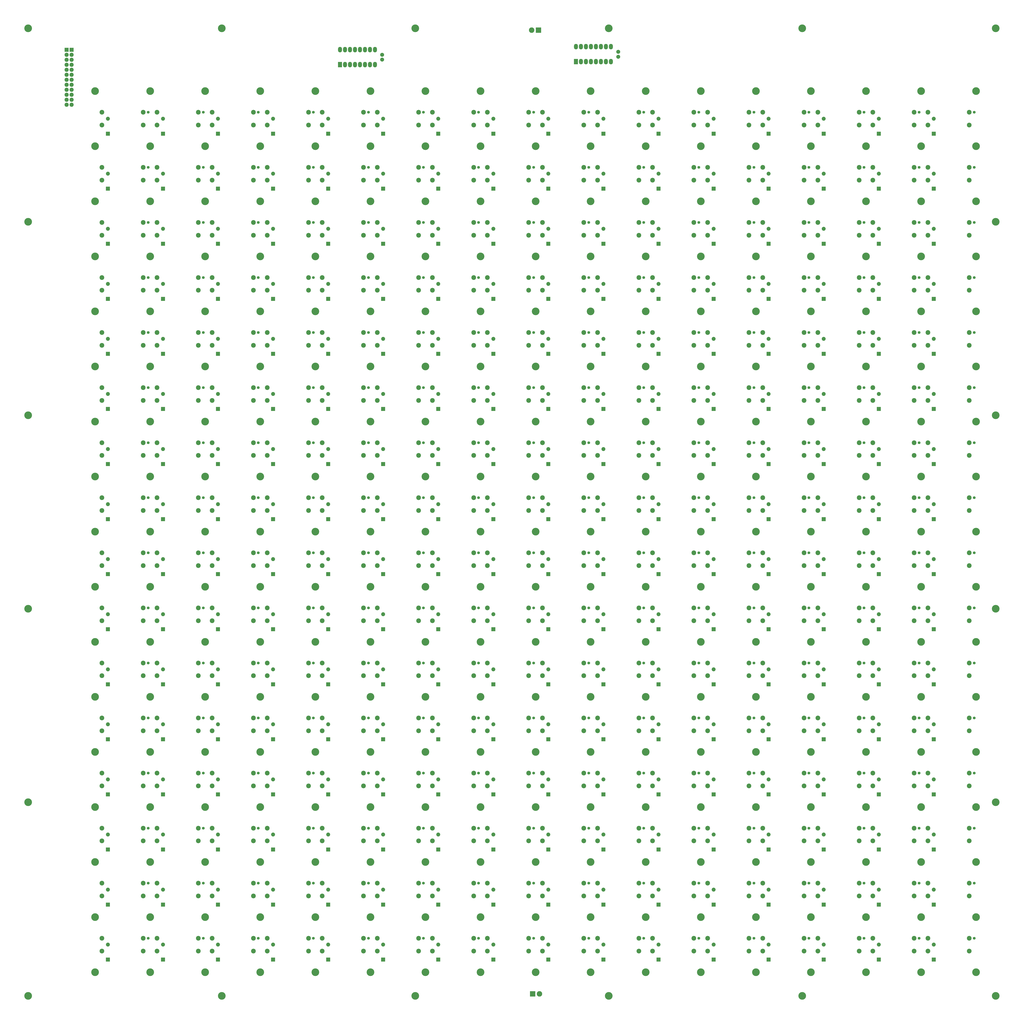
<source format=gbs>
G04 #@! TF.FileFunction,Soldermask,Bot*
%FSLAX46Y46*%
G04 Gerber Fmt 4.6, Leading zero omitted, Abs format (unit mm)*
G04 Created by KiCad (PCBNEW 4.0.3-stable) date 07/18/18 21:46:51*
%MOMM*%
%LPD*%
G01*
G04 APERTURE LIST*
%ADD10C,0.100000*%
%ADD11C,3.900000*%
%ADD12C,1.400000*%
%ADD13C,2.400000*%
%ADD14O,2.000000X2.000000*%
%ADD15R,2.000000X2.000000*%
%ADD16C,2.000000*%
%ADD17R,2.000000X2.800000*%
%ADD18O,2.000000X2.800000*%
%ADD19R,2.100000X2.100000*%
%ADD20O,2.100000X2.100000*%
%ADD21C,2.800000*%
%ADD22R,2.800000X2.800000*%
G04 APERTURE END LIST*
D10*
D11*
X594000000Y-497600000D03*
X594000000Y-399200000D03*
X594000000Y-300800000D03*
X594000000Y-202400000D03*
X594000000Y-596000000D03*
X495600000Y-596000000D03*
X397200000Y-596000000D03*
X298800000Y-596000000D03*
X200400000Y-596000000D03*
X102000000Y-596000000D03*
X102000000Y-497600000D03*
X102000000Y-399200000D03*
X102000000Y-300800000D03*
X102000000Y-202400000D03*
X594000000Y-104000000D03*
X495600000Y-104000000D03*
X397200000Y-104000000D03*
X298800000Y-104000000D03*
X200400000Y-104000000D03*
D12*
X163000000Y-146750000D03*
D13*
X160500000Y-146750000D03*
X160500000Y-153250000D03*
X139500000Y-153250000D03*
X139500000Y-146750000D03*
D14*
X142500000Y-149980000D03*
D15*
X142500000Y-157600000D03*
D11*
X584000000Y-584000000D03*
X556000000Y-584000000D03*
X528000000Y-584000000D03*
X500000000Y-584000000D03*
X472000000Y-584000000D03*
X444000000Y-584000000D03*
X416000000Y-584000000D03*
X388000000Y-584000000D03*
X360000000Y-584000000D03*
X332000000Y-584000000D03*
X304000000Y-584000000D03*
X276000000Y-584000000D03*
X248000000Y-584000000D03*
X220000000Y-584000000D03*
X192000000Y-584000000D03*
X164000000Y-584000000D03*
X136000000Y-584000000D03*
X584000000Y-556000000D03*
X556000000Y-556000000D03*
X528000000Y-556000000D03*
X500000000Y-556000000D03*
X472000000Y-556000000D03*
X444000000Y-556000000D03*
X416000000Y-556000000D03*
X388000000Y-556000000D03*
X360000000Y-556000000D03*
X332000000Y-556000000D03*
X304000000Y-556000000D03*
X276000000Y-556000000D03*
X248000000Y-556000000D03*
X220000000Y-556000000D03*
X192000000Y-556000000D03*
X164000000Y-556000000D03*
X136000000Y-556000000D03*
X584000000Y-528000000D03*
X556000000Y-528000000D03*
X528000000Y-528000000D03*
X500000000Y-528000000D03*
X472000000Y-528000000D03*
X444000000Y-528000000D03*
X416000000Y-528000000D03*
X388000000Y-528000000D03*
X360000000Y-528000000D03*
X332000000Y-528000000D03*
X304000000Y-528000000D03*
X276000000Y-528000000D03*
X248000000Y-528000000D03*
X220000000Y-528000000D03*
X192000000Y-528000000D03*
X164000000Y-528000000D03*
X136000000Y-528000000D03*
X584000000Y-500000000D03*
X556000000Y-500000000D03*
X528000000Y-500000000D03*
X500000000Y-500000000D03*
X472000000Y-500000000D03*
X444000000Y-500000000D03*
X416000000Y-500000000D03*
X388000000Y-500000000D03*
X360000000Y-500000000D03*
X332000000Y-500000000D03*
X304000000Y-500000000D03*
X276000000Y-500000000D03*
X248000000Y-500000000D03*
X220000000Y-500000000D03*
X192000000Y-500000000D03*
X164000000Y-500000000D03*
X136000000Y-500000000D03*
X584000000Y-472000000D03*
X556000000Y-472000000D03*
X528000000Y-472000000D03*
X500000000Y-472000000D03*
X472000000Y-472000000D03*
X444000000Y-472000000D03*
X416000000Y-472000000D03*
X388000000Y-472000000D03*
X360000000Y-472000000D03*
X332000000Y-472000000D03*
X304000000Y-472000000D03*
X276000000Y-472000000D03*
X248000000Y-472000000D03*
X220000000Y-472000000D03*
X192000000Y-472000000D03*
X164000000Y-472000000D03*
X136000000Y-472000000D03*
X584000000Y-444000000D03*
X556000000Y-444000000D03*
X528000000Y-444000000D03*
X500000000Y-444000000D03*
X472000000Y-444000000D03*
X444000000Y-444000000D03*
X416000000Y-444000000D03*
X388000000Y-444000000D03*
X360000000Y-444000000D03*
X332000000Y-444000000D03*
X304000000Y-444000000D03*
X276000000Y-444000000D03*
X248000000Y-444000000D03*
X220000000Y-444000000D03*
X192000000Y-444000000D03*
X164000000Y-444000000D03*
X136000000Y-444000000D03*
X584000000Y-416000000D03*
X556000000Y-416000000D03*
X528000000Y-416000000D03*
X500000000Y-416000000D03*
X472000000Y-416000000D03*
X444000000Y-416000000D03*
X416000000Y-416000000D03*
X388000000Y-416000000D03*
X360000000Y-416000000D03*
X332000000Y-416000000D03*
X304000000Y-416000000D03*
X276000000Y-416000000D03*
X248000000Y-416000000D03*
X220000000Y-416000000D03*
X192000000Y-416000000D03*
X164000000Y-416000000D03*
X136000000Y-416000000D03*
X584000000Y-388000000D03*
X556000000Y-388000000D03*
X528000000Y-388000000D03*
X500000000Y-388000000D03*
X472000000Y-388000000D03*
X444000000Y-388000000D03*
X416000000Y-388000000D03*
X388000000Y-388000000D03*
X360000000Y-388000000D03*
X332000000Y-388000000D03*
X304000000Y-388000000D03*
X276000000Y-388000000D03*
X248000000Y-388000000D03*
X220000000Y-388000000D03*
X192000000Y-388000000D03*
X164000000Y-388000000D03*
X136000000Y-388000000D03*
X584000000Y-360000000D03*
X556000000Y-360000000D03*
X528000000Y-360000000D03*
X500000000Y-360000000D03*
X472000000Y-360000000D03*
X444000000Y-360000000D03*
X416000000Y-360000000D03*
X388000000Y-360000000D03*
X360000000Y-360000000D03*
X332000000Y-360000000D03*
X304000000Y-360000000D03*
X276000000Y-360000000D03*
X248000000Y-360000000D03*
X220000000Y-360000000D03*
X192000000Y-360000000D03*
X164000000Y-360000000D03*
X136000000Y-360000000D03*
X584000000Y-332000000D03*
X556000000Y-332000000D03*
X528000000Y-332000000D03*
X500000000Y-332000000D03*
X472000000Y-332000000D03*
X444000000Y-332000000D03*
X416000000Y-332000000D03*
X388000000Y-332000000D03*
X360000000Y-332000000D03*
X332000000Y-332000000D03*
X304000000Y-332000000D03*
X276000000Y-332000000D03*
X248000000Y-332000000D03*
X220000000Y-332000000D03*
X192000000Y-332000000D03*
X164000000Y-332000000D03*
X136000000Y-332000000D03*
X584000000Y-304000000D03*
X556000000Y-304000000D03*
X528000000Y-304000000D03*
X500000000Y-304000000D03*
X472000000Y-304000000D03*
X444000000Y-304000000D03*
X416000000Y-304000000D03*
X388000000Y-304000000D03*
X360000000Y-304000000D03*
X332000000Y-304000000D03*
X304000000Y-304000000D03*
X276000000Y-304000000D03*
X248000000Y-304000000D03*
X220000000Y-304000000D03*
X192000000Y-304000000D03*
X164000000Y-304000000D03*
X136000000Y-304000000D03*
X584000000Y-276000000D03*
X556000000Y-276000000D03*
X528000000Y-276000000D03*
X500000000Y-276000000D03*
X472000000Y-276000000D03*
X444000000Y-276000000D03*
X416000000Y-276000000D03*
X388000000Y-276000000D03*
X360000000Y-276000000D03*
X332000000Y-276000000D03*
X304000000Y-276000000D03*
X276000000Y-276000000D03*
X248000000Y-276000000D03*
X220000000Y-276000000D03*
X192000000Y-276000000D03*
X164000000Y-276000000D03*
X136000000Y-276000000D03*
X584000000Y-248000000D03*
X556000000Y-248000000D03*
X528000000Y-248000000D03*
X500000000Y-248000000D03*
X472000000Y-248000000D03*
X444000000Y-248000000D03*
X416000000Y-248000000D03*
X388000000Y-248000000D03*
X360000000Y-248000000D03*
X332000000Y-248000000D03*
X304000000Y-248000000D03*
X276000000Y-248000000D03*
X248000000Y-248000000D03*
X220000000Y-248000000D03*
X192000000Y-248000000D03*
X164000000Y-248000000D03*
X136000000Y-248000000D03*
X584000000Y-220000000D03*
X556000000Y-220000000D03*
X528000000Y-220000000D03*
X500000000Y-220000000D03*
X472000000Y-220000000D03*
X444000000Y-220000000D03*
X416000000Y-220000000D03*
X388000000Y-220000000D03*
X360000000Y-220000000D03*
X332000000Y-220000000D03*
X304000000Y-220000000D03*
X276000000Y-220000000D03*
X248000000Y-220000000D03*
X220000000Y-220000000D03*
X192000000Y-220000000D03*
X164000000Y-220000000D03*
X136000000Y-220000000D03*
X584000000Y-192000000D03*
X556000000Y-192000000D03*
X528000000Y-192000000D03*
X500000000Y-192000000D03*
X472000000Y-192000000D03*
X444000000Y-192000000D03*
X416000000Y-192000000D03*
X388000000Y-192000000D03*
X360000000Y-192000000D03*
X332000000Y-192000000D03*
X304000000Y-192000000D03*
X276000000Y-192000000D03*
X248000000Y-192000000D03*
X220000000Y-192000000D03*
X192000000Y-192000000D03*
X164000000Y-192000000D03*
X136000000Y-192000000D03*
X584000000Y-164000000D03*
X556000000Y-164000000D03*
X528000000Y-164000000D03*
X500000000Y-164000000D03*
X472000000Y-164000000D03*
X444000000Y-164000000D03*
X416000000Y-164000000D03*
X388000000Y-164000000D03*
X360000000Y-164000000D03*
X332000000Y-164000000D03*
X304000000Y-164000000D03*
X276000000Y-164000000D03*
X248000000Y-164000000D03*
X220000000Y-164000000D03*
X192000000Y-164000000D03*
X164000000Y-164000000D03*
X136000000Y-164000000D03*
X584000000Y-136000000D03*
X556000000Y-136000000D03*
X528000000Y-136000000D03*
X500000000Y-136000000D03*
X472000000Y-136000000D03*
X444000000Y-136000000D03*
X416000000Y-136000000D03*
X388000000Y-136000000D03*
X360000000Y-136000000D03*
X332000000Y-136000000D03*
X304000000Y-136000000D03*
X276000000Y-136000000D03*
X248000000Y-136000000D03*
X220000000Y-136000000D03*
X192000000Y-136000000D03*
X164000000Y-136000000D03*
D12*
X163000000Y-174750000D03*
D13*
X160500000Y-174750000D03*
X160500000Y-181250000D03*
X139500000Y-181250000D03*
X139500000Y-174750000D03*
D14*
X142500000Y-177980000D03*
D15*
X142500000Y-185600000D03*
D12*
X163000000Y-202750000D03*
D13*
X160500000Y-202750000D03*
X160500000Y-209250000D03*
X139500000Y-209250000D03*
X139500000Y-202750000D03*
D14*
X142500000Y-205980000D03*
D15*
X142500000Y-213600000D03*
D12*
X163000000Y-230750000D03*
D13*
X160500000Y-230750000D03*
X160500000Y-237250000D03*
X139500000Y-237250000D03*
X139500000Y-230750000D03*
D14*
X142500000Y-233980000D03*
D15*
X142500000Y-241600000D03*
D12*
X163000000Y-258750000D03*
D13*
X160500000Y-258750000D03*
X160500000Y-265250000D03*
X139500000Y-265250000D03*
X139500000Y-258750000D03*
D14*
X142500000Y-261980000D03*
D15*
X142500000Y-269600000D03*
D12*
X163000000Y-286750000D03*
D13*
X160500000Y-286750000D03*
X160500000Y-293250000D03*
X139500000Y-293250000D03*
X139500000Y-286750000D03*
D14*
X142500000Y-289980000D03*
D15*
X142500000Y-297600000D03*
D12*
X163000000Y-314750000D03*
D13*
X160500000Y-314750000D03*
X160500000Y-321250000D03*
X139500000Y-321250000D03*
X139500000Y-314750000D03*
D14*
X142500000Y-317980000D03*
D15*
X142500000Y-325600000D03*
D12*
X163000000Y-342750000D03*
D13*
X160500000Y-342750000D03*
X160500000Y-349250000D03*
X139500000Y-349250000D03*
X139500000Y-342750000D03*
D14*
X142500000Y-345980000D03*
D15*
X142500000Y-353600000D03*
D12*
X163000000Y-370750000D03*
D13*
X160500000Y-370750000D03*
X160500000Y-377250000D03*
X139500000Y-377250000D03*
X139500000Y-370750000D03*
D14*
X142500000Y-373980000D03*
D15*
X142500000Y-381600000D03*
D12*
X163000000Y-398750000D03*
D13*
X160500000Y-398750000D03*
X160500000Y-405250000D03*
X139500000Y-405250000D03*
X139500000Y-398750000D03*
D14*
X142500000Y-401980000D03*
D15*
X142500000Y-409600000D03*
D12*
X163000000Y-426750000D03*
D13*
X160500000Y-426750000D03*
X160500000Y-433250000D03*
X139500000Y-433250000D03*
X139500000Y-426750000D03*
D14*
X142500000Y-429980000D03*
D15*
X142500000Y-437600000D03*
D12*
X163000000Y-454750000D03*
D13*
X160500000Y-454750000D03*
X160500000Y-461250000D03*
X139500000Y-461250000D03*
X139500000Y-454750000D03*
D14*
X142500000Y-457980000D03*
D15*
X142500000Y-465600000D03*
D12*
X163000000Y-482750000D03*
D13*
X160500000Y-482750000D03*
X160500000Y-489250000D03*
X139500000Y-489250000D03*
X139500000Y-482750000D03*
D14*
X142500000Y-485980000D03*
D15*
X142500000Y-493600000D03*
D12*
X163000000Y-510750000D03*
D13*
X160500000Y-510750000D03*
X160500000Y-517250000D03*
X139500000Y-517250000D03*
X139500000Y-510750000D03*
D14*
X142500000Y-513980000D03*
D15*
X142500000Y-521600000D03*
D12*
X163000000Y-538750000D03*
D13*
X160500000Y-538750000D03*
X160500000Y-545250000D03*
X139500000Y-545250000D03*
X139500000Y-538750000D03*
D14*
X142500000Y-541980000D03*
D15*
X142500000Y-549600000D03*
D12*
X163000000Y-566750000D03*
D13*
X160500000Y-566750000D03*
X160500000Y-573250000D03*
X139500000Y-573250000D03*
X139500000Y-566750000D03*
D14*
X142500000Y-569980000D03*
D15*
X142500000Y-577600000D03*
D12*
X191000000Y-146750000D03*
D13*
X188500000Y-146750000D03*
X188500000Y-153250000D03*
X167500000Y-153250000D03*
X167500000Y-146750000D03*
D14*
X170500000Y-149980000D03*
D15*
X170500000Y-157600000D03*
D12*
X191000000Y-174750000D03*
D13*
X188500000Y-174750000D03*
X188500000Y-181250000D03*
X167500000Y-181250000D03*
X167500000Y-174750000D03*
D14*
X170500000Y-177980000D03*
D15*
X170500000Y-185600000D03*
D12*
X191000000Y-202750000D03*
D13*
X188500000Y-202750000D03*
X188500000Y-209250000D03*
X167500000Y-209250000D03*
X167500000Y-202750000D03*
D14*
X170500000Y-205980000D03*
D15*
X170500000Y-213600000D03*
D12*
X191000000Y-230750000D03*
D13*
X188500000Y-230750000D03*
X188500000Y-237250000D03*
X167500000Y-237250000D03*
X167500000Y-230750000D03*
D14*
X170500000Y-233980000D03*
D15*
X170500000Y-241600000D03*
D12*
X191000000Y-258750000D03*
D13*
X188500000Y-258750000D03*
X188500000Y-265250000D03*
X167500000Y-265250000D03*
X167500000Y-258750000D03*
D14*
X170500000Y-261980000D03*
D15*
X170500000Y-269600000D03*
D12*
X191000000Y-286750000D03*
D13*
X188500000Y-286750000D03*
X188500000Y-293250000D03*
X167500000Y-293250000D03*
X167500000Y-286750000D03*
D14*
X170500000Y-289980000D03*
D15*
X170500000Y-297600000D03*
D12*
X191000000Y-314750000D03*
D13*
X188500000Y-314750000D03*
X188500000Y-321250000D03*
X167500000Y-321250000D03*
X167500000Y-314750000D03*
D14*
X170500000Y-317980000D03*
D15*
X170500000Y-325600000D03*
D12*
X191000000Y-342750000D03*
D13*
X188500000Y-342750000D03*
X188500000Y-349250000D03*
X167500000Y-349250000D03*
X167500000Y-342750000D03*
D14*
X170500000Y-345980000D03*
D15*
X170500000Y-353600000D03*
D12*
X191000000Y-370750000D03*
D13*
X188500000Y-370750000D03*
X188500000Y-377250000D03*
X167500000Y-377250000D03*
X167500000Y-370750000D03*
D14*
X170500000Y-373980000D03*
D15*
X170500000Y-381600000D03*
D12*
X191000000Y-398750000D03*
D13*
X188500000Y-398750000D03*
X188500000Y-405250000D03*
X167500000Y-405250000D03*
X167500000Y-398750000D03*
D14*
X170500000Y-401980000D03*
D15*
X170500000Y-409600000D03*
D12*
X191000000Y-426750000D03*
D13*
X188500000Y-426750000D03*
X188500000Y-433250000D03*
X167500000Y-433250000D03*
X167500000Y-426750000D03*
D14*
X170500000Y-429980000D03*
D15*
X170500000Y-437600000D03*
D12*
X191000000Y-454750000D03*
D13*
X188500000Y-454750000D03*
X188500000Y-461250000D03*
X167500000Y-461250000D03*
X167500000Y-454750000D03*
D14*
X170500000Y-457980000D03*
D15*
X170500000Y-465600000D03*
D12*
X191000000Y-482750000D03*
D13*
X188500000Y-482750000D03*
X188500000Y-489250000D03*
X167500000Y-489250000D03*
X167500000Y-482750000D03*
D14*
X170500000Y-485980000D03*
D15*
X170500000Y-493600000D03*
D12*
X191000000Y-510750000D03*
D13*
X188500000Y-510750000D03*
X188500000Y-517250000D03*
X167500000Y-517250000D03*
X167500000Y-510750000D03*
D14*
X170500000Y-513980000D03*
D15*
X170500000Y-521600000D03*
D12*
X191000000Y-538750000D03*
D13*
X188500000Y-538750000D03*
X188500000Y-545250000D03*
X167500000Y-545250000D03*
X167500000Y-538750000D03*
D14*
X170500000Y-541980000D03*
D15*
X170500000Y-549600000D03*
D12*
X191000000Y-566750000D03*
D13*
X188500000Y-566750000D03*
X188500000Y-573250000D03*
X167500000Y-573250000D03*
X167500000Y-566750000D03*
D14*
X170500000Y-569980000D03*
D15*
X170500000Y-577600000D03*
D12*
X219000000Y-146750000D03*
D13*
X216500000Y-146750000D03*
X216500000Y-153250000D03*
X195500000Y-153250000D03*
X195500000Y-146750000D03*
D14*
X198500000Y-149980000D03*
D15*
X198500000Y-157600000D03*
D12*
X219000000Y-174750000D03*
D13*
X216500000Y-174750000D03*
X216500000Y-181250000D03*
X195500000Y-181250000D03*
X195500000Y-174750000D03*
D14*
X198500000Y-177980000D03*
D15*
X198500000Y-185600000D03*
D12*
X219000000Y-202750000D03*
D13*
X216500000Y-202750000D03*
X216500000Y-209250000D03*
X195500000Y-209250000D03*
X195500000Y-202750000D03*
D14*
X198500000Y-205980000D03*
D15*
X198500000Y-213600000D03*
D12*
X219000000Y-230750000D03*
D13*
X216500000Y-230750000D03*
X216500000Y-237250000D03*
X195500000Y-237250000D03*
X195500000Y-230750000D03*
D14*
X198500000Y-233980000D03*
D15*
X198500000Y-241600000D03*
D12*
X219000000Y-258750000D03*
D13*
X216500000Y-258750000D03*
X216500000Y-265250000D03*
X195500000Y-265250000D03*
X195500000Y-258750000D03*
D14*
X198500000Y-261980000D03*
D15*
X198500000Y-269600000D03*
D12*
X219000000Y-286750000D03*
D13*
X216500000Y-286750000D03*
X216500000Y-293250000D03*
X195500000Y-293250000D03*
X195500000Y-286750000D03*
D14*
X198500000Y-289980000D03*
D15*
X198500000Y-297600000D03*
D12*
X219000000Y-314750000D03*
D13*
X216500000Y-314750000D03*
X216500000Y-321250000D03*
X195500000Y-321250000D03*
X195500000Y-314750000D03*
D14*
X198500000Y-317980000D03*
D15*
X198500000Y-325600000D03*
D12*
X219000000Y-342750000D03*
D13*
X216500000Y-342750000D03*
X216500000Y-349250000D03*
X195500000Y-349250000D03*
X195500000Y-342750000D03*
D14*
X198500000Y-345980000D03*
D15*
X198500000Y-353600000D03*
D12*
X219000000Y-370750000D03*
D13*
X216500000Y-370750000D03*
X216500000Y-377250000D03*
X195500000Y-377250000D03*
X195500000Y-370750000D03*
D14*
X198500000Y-373980000D03*
D15*
X198500000Y-381600000D03*
D12*
X219000000Y-398750000D03*
D13*
X216500000Y-398750000D03*
X216500000Y-405250000D03*
X195500000Y-405250000D03*
X195500000Y-398750000D03*
D14*
X198500000Y-401980000D03*
D15*
X198500000Y-409600000D03*
D12*
X219000000Y-426750000D03*
D13*
X216500000Y-426750000D03*
X216500000Y-433250000D03*
X195500000Y-433250000D03*
X195500000Y-426750000D03*
D14*
X198500000Y-429980000D03*
D15*
X198500000Y-437600000D03*
D12*
X219000000Y-454750000D03*
D13*
X216500000Y-454750000D03*
X216500000Y-461250000D03*
X195500000Y-461250000D03*
X195500000Y-454750000D03*
D14*
X198500000Y-457980000D03*
D15*
X198500000Y-465600000D03*
D12*
X219000000Y-482750000D03*
D13*
X216500000Y-482750000D03*
X216500000Y-489250000D03*
X195500000Y-489250000D03*
X195500000Y-482750000D03*
D14*
X198500000Y-485980000D03*
D15*
X198500000Y-493600000D03*
D12*
X219000000Y-510750000D03*
D13*
X216500000Y-510750000D03*
X216500000Y-517250000D03*
X195500000Y-517250000D03*
X195500000Y-510750000D03*
D14*
X198500000Y-513980000D03*
D15*
X198500000Y-521600000D03*
D12*
X219000000Y-538750000D03*
D13*
X216500000Y-538750000D03*
X216500000Y-545250000D03*
X195500000Y-545250000D03*
X195500000Y-538750000D03*
D14*
X198500000Y-541980000D03*
D15*
X198500000Y-549600000D03*
D12*
X219000000Y-566750000D03*
D13*
X216500000Y-566750000D03*
X216500000Y-573250000D03*
X195500000Y-573250000D03*
X195500000Y-566750000D03*
D14*
X198500000Y-569980000D03*
D15*
X198500000Y-577600000D03*
D12*
X247000000Y-146750000D03*
D13*
X244500000Y-146750000D03*
X244500000Y-153250000D03*
X223500000Y-153250000D03*
X223500000Y-146750000D03*
D14*
X226500000Y-149980000D03*
D15*
X226500000Y-157600000D03*
D12*
X247000000Y-174750000D03*
D13*
X244500000Y-174750000D03*
X244500000Y-181250000D03*
X223500000Y-181250000D03*
X223500000Y-174750000D03*
D14*
X226500000Y-177980000D03*
D15*
X226500000Y-185600000D03*
D12*
X247000000Y-202750000D03*
D13*
X244500000Y-202750000D03*
X244500000Y-209250000D03*
X223500000Y-209250000D03*
X223500000Y-202750000D03*
D14*
X226500000Y-205980000D03*
D15*
X226500000Y-213600000D03*
D12*
X247000000Y-230750000D03*
D13*
X244500000Y-230750000D03*
X244500000Y-237250000D03*
X223500000Y-237250000D03*
X223500000Y-230750000D03*
D14*
X226500000Y-233980000D03*
D15*
X226500000Y-241600000D03*
D12*
X247000000Y-258750000D03*
D13*
X244500000Y-258750000D03*
X244500000Y-265250000D03*
X223500000Y-265250000D03*
X223500000Y-258750000D03*
D14*
X226500000Y-261980000D03*
D15*
X226500000Y-269600000D03*
D12*
X247000000Y-286750000D03*
D13*
X244500000Y-286750000D03*
X244500000Y-293250000D03*
X223500000Y-293250000D03*
X223500000Y-286750000D03*
D14*
X226500000Y-289980000D03*
D15*
X226500000Y-297600000D03*
D12*
X247000000Y-314750000D03*
D13*
X244500000Y-314750000D03*
X244500000Y-321250000D03*
X223500000Y-321250000D03*
X223500000Y-314750000D03*
D14*
X226500000Y-317980000D03*
D15*
X226500000Y-325600000D03*
D12*
X247000000Y-342750000D03*
D13*
X244500000Y-342750000D03*
X244500000Y-349250000D03*
X223500000Y-349250000D03*
X223500000Y-342750000D03*
D14*
X226500000Y-345980000D03*
D15*
X226500000Y-353600000D03*
D12*
X247000000Y-370750000D03*
D13*
X244500000Y-370750000D03*
X244500000Y-377250000D03*
X223500000Y-377250000D03*
X223500000Y-370750000D03*
D14*
X226500000Y-373980000D03*
D15*
X226500000Y-381600000D03*
D12*
X247000000Y-398750000D03*
D13*
X244500000Y-398750000D03*
X244500000Y-405250000D03*
X223500000Y-405250000D03*
X223500000Y-398750000D03*
D14*
X226500000Y-401980000D03*
D15*
X226500000Y-409600000D03*
D12*
X247000000Y-426750000D03*
D13*
X244500000Y-426750000D03*
X244500000Y-433250000D03*
X223500000Y-433250000D03*
X223500000Y-426750000D03*
D14*
X226500000Y-429980000D03*
D15*
X226500000Y-437600000D03*
D12*
X247000000Y-454750000D03*
D13*
X244500000Y-454750000D03*
X244500000Y-461250000D03*
X223500000Y-461250000D03*
X223500000Y-454750000D03*
D14*
X226500000Y-457980000D03*
D15*
X226500000Y-465600000D03*
D12*
X247000000Y-482750000D03*
D13*
X244500000Y-482750000D03*
X244500000Y-489250000D03*
X223500000Y-489250000D03*
X223500000Y-482750000D03*
D14*
X226500000Y-485980000D03*
D15*
X226500000Y-493600000D03*
D12*
X247000000Y-510750000D03*
D13*
X244500000Y-510750000D03*
X244500000Y-517250000D03*
X223500000Y-517250000D03*
X223500000Y-510750000D03*
D14*
X226500000Y-513980000D03*
D15*
X226500000Y-521600000D03*
D12*
X247000000Y-538750000D03*
D13*
X244500000Y-538750000D03*
X244500000Y-545250000D03*
X223500000Y-545250000D03*
X223500000Y-538750000D03*
D14*
X226500000Y-541980000D03*
D15*
X226500000Y-549600000D03*
D12*
X247000000Y-566750000D03*
D13*
X244500000Y-566750000D03*
X244500000Y-573250000D03*
X223500000Y-573250000D03*
X223500000Y-566750000D03*
D14*
X226500000Y-569980000D03*
D15*
X226500000Y-577600000D03*
D12*
X275000000Y-146750000D03*
D13*
X272500000Y-146750000D03*
X272500000Y-153250000D03*
X251500000Y-153250000D03*
X251500000Y-146750000D03*
D14*
X254500000Y-149980000D03*
D15*
X254500000Y-157600000D03*
D12*
X275000000Y-174750000D03*
D13*
X272500000Y-174750000D03*
X272500000Y-181250000D03*
X251500000Y-181250000D03*
X251500000Y-174750000D03*
D14*
X254500000Y-177980000D03*
D15*
X254500000Y-185600000D03*
D12*
X275000000Y-202750000D03*
D13*
X272500000Y-202750000D03*
X272500000Y-209250000D03*
X251500000Y-209250000D03*
X251500000Y-202750000D03*
D14*
X254500000Y-205980000D03*
D15*
X254500000Y-213600000D03*
D12*
X275000000Y-230750000D03*
D13*
X272500000Y-230750000D03*
X272500000Y-237250000D03*
X251500000Y-237250000D03*
X251500000Y-230750000D03*
D14*
X254500000Y-233980000D03*
D15*
X254500000Y-241600000D03*
D12*
X275000000Y-258750000D03*
D13*
X272500000Y-258750000D03*
X272500000Y-265250000D03*
X251500000Y-265250000D03*
X251500000Y-258750000D03*
D14*
X254500000Y-261980000D03*
D15*
X254500000Y-269600000D03*
D12*
X275000000Y-286750000D03*
D13*
X272500000Y-286750000D03*
X272500000Y-293250000D03*
X251500000Y-293250000D03*
X251500000Y-286750000D03*
D14*
X254500000Y-289980000D03*
D15*
X254500000Y-297600000D03*
D12*
X275000000Y-314750000D03*
D13*
X272500000Y-314750000D03*
X272500000Y-321250000D03*
X251500000Y-321250000D03*
X251500000Y-314750000D03*
D14*
X254500000Y-317980000D03*
D15*
X254500000Y-325600000D03*
D12*
X275000000Y-342750000D03*
D13*
X272500000Y-342750000D03*
X272500000Y-349250000D03*
X251500000Y-349250000D03*
X251500000Y-342750000D03*
D14*
X254500000Y-345980000D03*
D15*
X254500000Y-353600000D03*
D12*
X275000000Y-370750000D03*
D13*
X272500000Y-370750000D03*
X272500000Y-377250000D03*
X251500000Y-377250000D03*
X251500000Y-370750000D03*
D14*
X254500000Y-373980000D03*
D15*
X254500000Y-381600000D03*
D12*
X275000000Y-398750000D03*
D13*
X272500000Y-398750000D03*
X272500000Y-405250000D03*
X251500000Y-405250000D03*
X251500000Y-398750000D03*
D14*
X254500000Y-401980000D03*
D15*
X254500000Y-409600000D03*
D12*
X275000000Y-426750000D03*
D13*
X272500000Y-426750000D03*
X272500000Y-433250000D03*
X251500000Y-433250000D03*
X251500000Y-426750000D03*
D14*
X254500000Y-429980000D03*
D15*
X254500000Y-437600000D03*
D12*
X275000000Y-454750000D03*
D13*
X272500000Y-454750000D03*
X272500000Y-461250000D03*
X251500000Y-461250000D03*
X251500000Y-454750000D03*
D14*
X254500000Y-457980000D03*
D15*
X254500000Y-465600000D03*
D12*
X275000000Y-482750000D03*
D13*
X272500000Y-482750000D03*
X272500000Y-489250000D03*
X251500000Y-489250000D03*
X251500000Y-482750000D03*
D14*
X254500000Y-485980000D03*
D15*
X254500000Y-493600000D03*
D12*
X275000000Y-510750000D03*
D13*
X272500000Y-510750000D03*
X272500000Y-517250000D03*
X251500000Y-517250000D03*
X251500000Y-510750000D03*
D14*
X254500000Y-513980000D03*
D15*
X254500000Y-521600000D03*
D12*
X275000000Y-538750000D03*
D13*
X272500000Y-538750000D03*
X272500000Y-545250000D03*
X251500000Y-545250000D03*
X251500000Y-538750000D03*
D14*
X254500000Y-541980000D03*
D15*
X254500000Y-549600000D03*
D12*
X275000000Y-566750000D03*
D13*
X272500000Y-566750000D03*
X272500000Y-573250000D03*
X251500000Y-573250000D03*
X251500000Y-566750000D03*
D14*
X254500000Y-569980000D03*
D15*
X254500000Y-577600000D03*
D12*
X303000000Y-146750000D03*
D13*
X300500000Y-146750000D03*
X300500000Y-153250000D03*
X279500000Y-153250000D03*
X279500000Y-146750000D03*
D14*
X282500000Y-149980000D03*
D15*
X282500000Y-157600000D03*
D12*
X303000000Y-174750000D03*
D13*
X300500000Y-174750000D03*
X300500000Y-181250000D03*
X279500000Y-181250000D03*
X279500000Y-174750000D03*
D14*
X282500000Y-177980000D03*
D15*
X282500000Y-185600000D03*
D12*
X303000000Y-202750000D03*
D13*
X300500000Y-202750000D03*
X300500000Y-209250000D03*
X279500000Y-209250000D03*
X279500000Y-202750000D03*
D14*
X282500000Y-205980000D03*
D15*
X282500000Y-213600000D03*
D12*
X303000000Y-230750000D03*
D13*
X300500000Y-230750000D03*
X300500000Y-237250000D03*
X279500000Y-237250000D03*
X279500000Y-230750000D03*
D14*
X282500000Y-233980000D03*
D15*
X282500000Y-241600000D03*
D12*
X303000000Y-258750000D03*
D13*
X300500000Y-258750000D03*
X300500000Y-265250000D03*
X279500000Y-265250000D03*
X279500000Y-258750000D03*
D14*
X282500000Y-261980000D03*
D15*
X282500000Y-269600000D03*
D12*
X303000000Y-286750000D03*
D13*
X300500000Y-286750000D03*
X300500000Y-293250000D03*
X279500000Y-293250000D03*
X279500000Y-286750000D03*
D14*
X282500000Y-289980000D03*
D15*
X282500000Y-297600000D03*
D12*
X303000000Y-314750000D03*
D13*
X300500000Y-314750000D03*
X300500000Y-321250000D03*
X279500000Y-321250000D03*
X279500000Y-314750000D03*
D14*
X282500000Y-317980000D03*
D15*
X282500000Y-325600000D03*
D12*
X303000000Y-342750000D03*
D13*
X300500000Y-342750000D03*
X300500000Y-349250000D03*
X279500000Y-349250000D03*
X279500000Y-342750000D03*
D14*
X282500000Y-345980000D03*
D15*
X282500000Y-353600000D03*
D12*
X303000000Y-370750000D03*
D13*
X300500000Y-370750000D03*
X300500000Y-377250000D03*
X279500000Y-377250000D03*
X279500000Y-370750000D03*
D14*
X282500000Y-373980000D03*
D15*
X282500000Y-381600000D03*
D12*
X303000000Y-398750000D03*
D13*
X300500000Y-398750000D03*
X300500000Y-405250000D03*
X279500000Y-405250000D03*
X279500000Y-398750000D03*
D14*
X282500000Y-401980000D03*
D15*
X282500000Y-409600000D03*
D12*
X303000000Y-426750000D03*
D13*
X300500000Y-426750000D03*
X300500000Y-433250000D03*
X279500000Y-433250000D03*
X279500000Y-426750000D03*
D14*
X282500000Y-429980000D03*
D15*
X282500000Y-437600000D03*
D12*
X303000000Y-454750000D03*
D13*
X300500000Y-454750000D03*
X300500000Y-461250000D03*
X279500000Y-461250000D03*
X279500000Y-454750000D03*
D14*
X282500000Y-457980000D03*
D15*
X282500000Y-465600000D03*
D12*
X303000000Y-482750000D03*
D13*
X300500000Y-482750000D03*
X300500000Y-489250000D03*
X279500000Y-489250000D03*
X279500000Y-482750000D03*
D14*
X282500000Y-485980000D03*
D15*
X282500000Y-493600000D03*
D12*
X303000000Y-510750000D03*
D13*
X300500000Y-510750000D03*
X300500000Y-517250000D03*
X279500000Y-517250000D03*
X279500000Y-510750000D03*
D14*
X282500000Y-513980000D03*
D15*
X282500000Y-521600000D03*
D12*
X303000000Y-538750000D03*
D13*
X300500000Y-538750000D03*
X300500000Y-545250000D03*
X279500000Y-545250000D03*
X279500000Y-538750000D03*
D14*
X282500000Y-541980000D03*
D15*
X282500000Y-549600000D03*
D12*
X303000000Y-566750000D03*
D13*
X300500000Y-566750000D03*
X300500000Y-573250000D03*
X279500000Y-573250000D03*
X279500000Y-566750000D03*
D14*
X282500000Y-569980000D03*
D15*
X282500000Y-577600000D03*
D12*
X331000000Y-146750000D03*
D13*
X328500000Y-146750000D03*
X328500000Y-153250000D03*
X307500000Y-153250000D03*
X307500000Y-146750000D03*
D14*
X310500000Y-149980000D03*
D15*
X310500000Y-157600000D03*
D12*
X331000000Y-174750000D03*
D13*
X328500000Y-174750000D03*
X328500000Y-181250000D03*
X307500000Y-181250000D03*
X307500000Y-174750000D03*
D14*
X310500000Y-177980000D03*
D15*
X310500000Y-185600000D03*
D12*
X331000000Y-202750000D03*
D13*
X328500000Y-202750000D03*
X328500000Y-209250000D03*
X307500000Y-209250000D03*
X307500000Y-202750000D03*
D14*
X310500000Y-205980000D03*
D15*
X310500000Y-213600000D03*
D12*
X331000000Y-230750000D03*
D13*
X328500000Y-230750000D03*
X328500000Y-237250000D03*
X307500000Y-237250000D03*
X307500000Y-230750000D03*
D14*
X310500000Y-233980000D03*
D15*
X310500000Y-241600000D03*
D12*
X331000000Y-258750000D03*
D13*
X328500000Y-258750000D03*
X328500000Y-265250000D03*
X307500000Y-265250000D03*
X307500000Y-258750000D03*
D14*
X310500000Y-261980000D03*
D15*
X310500000Y-269600000D03*
D12*
X331000000Y-286750000D03*
D13*
X328500000Y-286750000D03*
X328500000Y-293250000D03*
X307500000Y-293250000D03*
X307500000Y-286750000D03*
D14*
X310500000Y-289980000D03*
D15*
X310500000Y-297600000D03*
D12*
X331000000Y-314750000D03*
D13*
X328500000Y-314750000D03*
X328500000Y-321250000D03*
X307500000Y-321250000D03*
X307500000Y-314750000D03*
D14*
X310500000Y-317980000D03*
D15*
X310500000Y-325600000D03*
D12*
X331000000Y-342750000D03*
D13*
X328500000Y-342750000D03*
X328500000Y-349250000D03*
X307500000Y-349250000D03*
X307500000Y-342750000D03*
D14*
X310500000Y-345980000D03*
D15*
X310500000Y-353600000D03*
D12*
X331000000Y-370750000D03*
D13*
X328500000Y-370750000D03*
X328500000Y-377250000D03*
X307500000Y-377250000D03*
X307500000Y-370750000D03*
D14*
X310500000Y-373980000D03*
D15*
X310500000Y-381600000D03*
D12*
X331000000Y-398750000D03*
D13*
X328500000Y-398750000D03*
X328500000Y-405250000D03*
X307500000Y-405250000D03*
X307500000Y-398750000D03*
D14*
X310500000Y-401980000D03*
D15*
X310500000Y-409600000D03*
D12*
X331000000Y-426750000D03*
D13*
X328500000Y-426750000D03*
X328500000Y-433250000D03*
X307500000Y-433250000D03*
X307500000Y-426750000D03*
D14*
X310500000Y-429980000D03*
D15*
X310500000Y-437600000D03*
D12*
X331000000Y-454750000D03*
D13*
X328500000Y-454750000D03*
X328500000Y-461250000D03*
X307500000Y-461250000D03*
X307500000Y-454750000D03*
D14*
X310500000Y-457980000D03*
D15*
X310500000Y-465600000D03*
D12*
X331000000Y-482750000D03*
D13*
X328500000Y-482750000D03*
X328500000Y-489250000D03*
X307500000Y-489250000D03*
X307500000Y-482750000D03*
D14*
X310500000Y-485980000D03*
D15*
X310500000Y-493600000D03*
D12*
X331000000Y-510750000D03*
D13*
X328500000Y-510750000D03*
X328500000Y-517250000D03*
X307500000Y-517250000D03*
X307500000Y-510750000D03*
D14*
X310500000Y-513980000D03*
D15*
X310500000Y-521600000D03*
D12*
X331000000Y-538750000D03*
D13*
X328500000Y-538750000D03*
X328500000Y-545250000D03*
X307500000Y-545250000D03*
X307500000Y-538750000D03*
D14*
X310500000Y-541980000D03*
D15*
X310500000Y-549600000D03*
D12*
X331000000Y-566750000D03*
D13*
X328500000Y-566750000D03*
X328500000Y-573250000D03*
X307500000Y-573250000D03*
X307500000Y-566750000D03*
D14*
X310500000Y-569980000D03*
D15*
X310500000Y-577600000D03*
D12*
X359000000Y-146750000D03*
D13*
X356500000Y-146750000D03*
X356500000Y-153250000D03*
X335500000Y-153250000D03*
X335500000Y-146750000D03*
D14*
X338500000Y-149980000D03*
D15*
X338500000Y-157600000D03*
D12*
X359000000Y-174750000D03*
D13*
X356500000Y-174750000D03*
X356500000Y-181250000D03*
X335500000Y-181250000D03*
X335500000Y-174750000D03*
D14*
X338500000Y-177980000D03*
D15*
X338500000Y-185600000D03*
D12*
X359000000Y-202750000D03*
D13*
X356500000Y-202750000D03*
X356500000Y-209250000D03*
X335500000Y-209250000D03*
X335500000Y-202750000D03*
D14*
X338500000Y-205980000D03*
D15*
X338500000Y-213600000D03*
D12*
X359000000Y-230750000D03*
D13*
X356500000Y-230750000D03*
X356500000Y-237250000D03*
X335500000Y-237250000D03*
X335500000Y-230750000D03*
D14*
X338500000Y-233980000D03*
D15*
X338500000Y-241600000D03*
D12*
X359000000Y-258750000D03*
D13*
X356500000Y-258750000D03*
X356500000Y-265250000D03*
X335500000Y-265250000D03*
X335500000Y-258750000D03*
D14*
X338500000Y-261980000D03*
D15*
X338500000Y-269600000D03*
D12*
X359000000Y-286750000D03*
D13*
X356500000Y-286750000D03*
X356500000Y-293250000D03*
X335500000Y-293250000D03*
X335500000Y-286750000D03*
D14*
X338500000Y-289980000D03*
D15*
X338500000Y-297600000D03*
D12*
X359000000Y-314750000D03*
D13*
X356500000Y-314750000D03*
X356500000Y-321250000D03*
X335500000Y-321250000D03*
X335500000Y-314750000D03*
D14*
X338500000Y-317980000D03*
D15*
X338500000Y-325600000D03*
D12*
X359000000Y-342750000D03*
D13*
X356500000Y-342750000D03*
X356500000Y-349250000D03*
X335500000Y-349250000D03*
X335500000Y-342750000D03*
D14*
X338500000Y-345980000D03*
D15*
X338500000Y-353600000D03*
D12*
X359000000Y-370750000D03*
D13*
X356500000Y-370750000D03*
X356500000Y-377250000D03*
X335500000Y-377250000D03*
X335500000Y-370750000D03*
D14*
X338500000Y-373980000D03*
D15*
X338500000Y-381600000D03*
D12*
X359000000Y-398750000D03*
D13*
X356500000Y-398750000D03*
X356500000Y-405250000D03*
X335500000Y-405250000D03*
X335500000Y-398750000D03*
D14*
X338500000Y-401980000D03*
D15*
X338500000Y-409600000D03*
D12*
X359000000Y-426750000D03*
D13*
X356500000Y-426750000D03*
X356500000Y-433250000D03*
X335500000Y-433250000D03*
X335500000Y-426750000D03*
D14*
X338500000Y-429980000D03*
D15*
X338500000Y-437600000D03*
D12*
X359000000Y-454750000D03*
D13*
X356500000Y-454750000D03*
X356500000Y-461250000D03*
X335500000Y-461250000D03*
X335500000Y-454750000D03*
D14*
X338500000Y-457980000D03*
D15*
X338500000Y-465600000D03*
D12*
X359000000Y-482750000D03*
D13*
X356500000Y-482750000D03*
X356500000Y-489250000D03*
X335500000Y-489250000D03*
X335500000Y-482750000D03*
D14*
X338500000Y-485980000D03*
D15*
X338500000Y-493600000D03*
D12*
X359000000Y-510750000D03*
D13*
X356500000Y-510750000D03*
X356500000Y-517250000D03*
X335500000Y-517250000D03*
X335500000Y-510750000D03*
D14*
X338500000Y-513980000D03*
D15*
X338500000Y-521600000D03*
D12*
X359000000Y-538750000D03*
D13*
X356500000Y-538750000D03*
X356500000Y-545250000D03*
X335500000Y-545250000D03*
X335500000Y-538750000D03*
D14*
X338500000Y-541980000D03*
D15*
X338500000Y-549600000D03*
D12*
X359000000Y-566750000D03*
D13*
X356500000Y-566750000D03*
X356500000Y-573250000D03*
X335500000Y-573250000D03*
X335500000Y-566750000D03*
D14*
X338500000Y-569980000D03*
D15*
X338500000Y-577600000D03*
D12*
X387000000Y-146750000D03*
D13*
X384500000Y-146750000D03*
X384500000Y-153250000D03*
X363500000Y-153250000D03*
X363500000Y-146750000D03*
D14*
X366500000Y-149980000D03*
D15*
X366500000Y-157600000D03*
D12*
X387000000Y-174750000D03*
D13*
X384500000Y-174750000D03*
X384500000Y-181250000D03*
X363500000Y-181250000D03*
X363500000Y-174750000D03*
D14*
X366500000Y-177980000D03*
D15*
X366500000Y-185600000D03*
D12*
X387000000Y-202750000D03*
D13*
X384500000Y-202750000D03*
X384500000Y-209250000D03*
X363500000Y-209250000D03*
X363500000Y-202750000D03*
D14*
X366500000Y-205980000D03*
D15*
X366500000Y-213600000D03*
D12*
X387000000Y-230750000D03*
D13*
X384500000Y-230750000D03*
X384500000Y-237250000D03*
X363500000Y-237250000D03*
X363500000Y-230750000D03*
D14*
X366500000Y-233980000D03*
D15*
X366500000Y-241600000D03*
D12*
X387000000Y-258750000D03*
D13*
X384500000Y-258750000D03*
X384500000Y-265250000D03*
X363500000Y-265250000D03*
X363500000Y-258750000D03*
D14*
X366500000Y-261980000D03*
D15*
X366500000Y-269600000D03*
D12*
X387000000Y-286750000D03*
D13*
X384500000Y-286750000D03*
X384500000Y-293250000D03*
X363500000Y-293250000D03*
X363500000Y-286750000D03*
D14*
X366500000Y-289980000D03*
D15*
X366500000Y-297600000D03*
D12*
X387000000Y-314750000D03*
D13*
X384500000Y-314750000D03*
X384500000Y-321250000D03*
X363500000Y-321250000D03*
X363500000Y-314750000D03*
D14*
X366500000Y-317980000D03*
D15*
X366500000Y-325600000D03*
D12*
X387000000Y-342750000D03*
D13*
X384500000Y-342750000D03*
X384500000Y-349250000D03*
X363500000Y-349250000D03*
X363500000Y-342750000D03*
D14*
X366500000Y-345980000D03*
D15*
X366500000Y-353600000D03*
D12*
X387000000Y-370750000D03*
D13*
X384500000Y-370750000D03*
X384500000Y-377250000D03*
X363500000Y-377250000D03*
X363500000Y-370750000D03*
D14*
X366500000Y-373980000D03*
D15*
X366500000Y-381600000D03*
D12*
X387000000Y-398750000D03*
D13*
X384500000Y-398750000D03*
X384500000Y-405250000D03*
X363500000Y-405250000D03*
X363500000Y-398750000D03*
D14*
X366500000Y-401980000D03*
D15*
X366500000Y-409600000D03*
D12*
X387000000Y-426750000D03*
D13*
X384500000Y-426750000D03*
X384500000Y-433250000D03*
X363500000Y-433250000D03*
X363500000Y-426750000D03*
D14*
X366500000Y-429980000D03*
D15*
X366500000Y-437600000D03*
D12*
X387000000Y-454750000D03*
D13*
X384500000Y-454750000D03*
X384500000Y-461250000D03*
X363500000Y-461250000D03*
X363500000Y-454750000D03*
D14*
X366500000Y-457980000D03*
D15*
X366500000Y-465600000D03*
D12*
X387000000Y-482750000D03*
D13*
X384500000Y-482750000D03*
X384500000Y-489250000D03*
X363500000Y-489250000D03*
X363500000Y-482750000D03*
D14*
X366500000Y-485980000D03*
D15*
X366500000Y-493600000D03*
D12*
X387000000Y-510750000D03*
D13*
X384500000Y-510750000D03*
X384500000Y-517250000D03*
X363500000Y-517250000D03*
X363500000Y-510750000D03*
D14*
X366500000Y-513980000D03*
D15*
X366500000Y-521600000D03*
D12*
X387000000Y-538750000D03*
D13*
X384500000Y-538750000D03*
X384500000Y-545250000D03*
X363500000Y-545250000D03*
X363500000Y-538750000D03*
D14*
X366500000Y-541980000D03*
D15*
X366500000Y-549600000D03*
D12*
X387000000Y-566750000D03*
D13*
X384500000Y-566750000D03*
X384500000Y-573250000D03*
X363500000Y-573250000D03*
X363500000Y-566750000D03*
D14*
X366500000Y-569980000D03*
D15*
X366500000Y-577600000D03*
D12*
X415000000Y-146750000D03*
D13*
X412500000Y-146750000D03*
X412500000Y-153250000D03*
X391500000Y-153250000D03*
X391500000Y-146750000D03*
D14*
X394500000Y-149980000D03*
D15*
X394500000Y-157600000D03*
D12*
X415000000Y-174750000D03*
D13*
X412500000Y-174750000D03*
X412500000Y-181250000D03*
X391500000Y-181250000D03*
X391500000Y-174750000D03*
D14*
X394500000Y-177980000D03*
D15*
X394500000Y-185600000D03*
D12*
X415000000Y-202750000D03*
D13*
X412500000Y-202750000D03*
X412500000Y-209250000D03*
X391500000Y-209250000D03*
X391500000Y-202750000D03*
D14*
X394500000Y-205980000D03*
D15*
X394500000Y-213600000D03*
D12*
X415000000Y-230750000D03*
D13*
X412500000Y-230750000D03*
X412500000Y-237250000D03*
X391500000Y-237250000D03*
X391500000Y-230750000D03*
D14*
X394500000Y-233980000D03*
D15*
X394500000Y-241600000D03*
D12*
X415000000Y-258750000D03*
D13*
X412500000Y-258750000D03*
X412500000Y-265250000D03*
X391500000Y-265250000D03*
X391500000Y-258750000D03*
D14*
X394500000Y-261980000D03*
D15*
X394500000Y-269600000D03*
D12*
X415000000Y-286750000D03*
D13*
X412500000Y-286750000D03*
X412500000Y-293250000D03*
X391500000Y-293250000D03*
X391500000Y-286750000D03*
D14*
X394500000Y-289980000D03*
D15*
X394500000Y-297600000D03*
D12*
X415000000Y-314750000D03*
D13*
X412500000Y-314750000D03*
X412500000Y-321250000D03*
X391500000Y-321250000D03*
X391500000Y-314750000D03*
D14*
X394500000Y-317980000D03*
D15*
X394500000Y-325600000D03*
D12*
X415000000Y-342750000D03*
D13*
X412500000Y-342750000D03*
X412500000Y-349250000D03*
X391500000Y-349250000D03*
X391500000Y-342750000D03*
D14*
X394500000Y-345980000D03*
D15*
X394500000Y-353600000D03*
D12*
X415000000Y-370750000D03*
D13*
X412500000Y-370750000D03*
X412500000Y-377250000D03*
X391500000Y-377250000D03*
X391500000Y-370750000D03*
D14*
X394500000Y-373980000D03*
D15*
X394500000Y-381600000D03*
D12*
X415000000Y-398750000D03*
D13*
X412500000Y-398750000D03*
X412500000Y-405250000D03*
X391500000Y-405250000D03*
X391500000Y-398750000D03*
D14*
X394500000Y-401980000D03*
D15*
X394500000Y-409600000D03*
D12*
X415000000Y-426750000D03*
D13*
X412500000Y-426750000D03*
X412500000Y-433250000D03*
X391500000Y-433250000D03*
X391500000Y-426750000D03*
D14*
X394500000Y-429980000D03*
D15*
X394500000Y-437600000D03*
D12*
X415000000Y-454750000D03*
D13*
X412500000Y-454750000D03*
X412500000Y-461250000D03*
X391500000Y-461250000D03*
X391500000Y-454750000D03*
D14*
X394500000Y-457980000D03*
D15*
X394500000Y-465600000D03*
D12*
X415000000Y-482750000D03*
D13*
X412500000Y-482750000D03*
X412500000Y-489250000D03*
X391500000Y-489250000D03*
X391500000Y-482750000D03*
D14*
X394500000Y-485980000D03*
D15*
X394500000Y-493600000D03*
D12*
X415000000Y-510750000D03*
D13*
X412500000Y-510750000D03*
X412500000Y-517250000D03*
X391500000Y-517250000D03*
X391500000Y-510750000D03*
D14*
X394500000Y-513980000D03*
D15*
X394500000Y-521600000D03*
D12*
X415000000Y-538750000D03*
D13*
X412500000Y-538750000D03*
X412500000Y-545250000D03*
X391500000Y-545250000D03*
X391500000Y-538750000D03*
D14*
X394500000Y-541980000D03*
D15*
X394500000Y-549600000D03*
D12*
X415000000Y-566750000D03*
D13*
X412500000Y-566750000D03*
X412500000Y-573250000D03*
X391500000Y-573250000D03*
X391500000Y-566750000D03*
D14*
X394500000Y-569980000D03*
D15*
X394500000Y-577600000D03*
D12*
X443000000Y-146750000D03*
D13*
X440500000Y-146750000D03*
X440500000Y-153250000D03*
X419500000Y-153250000D03*
X419500000Y-146750000D03*
D14*
X422500000Y-149980000D03*
D15*
X422500000Y-157600000D03*
D12*
X443000000Y-174750000D03*
D13*
X440500000Y-174750000D03*
X440500000Y-181250000D03*
X419500000Y-181250000D03*
X419500000Y-174750000D03*
D14*
X422500000Y-177980000D03*
D15*
X422500000Y-185600000D03*
D12*
X443000000Y-202750000D03*
D13*
X440500000Y-202750000D03*
X440500000Y-209250000D03*
X419500000Y-209250000D03*
X419500000Y-202750000D03*
D14*
X422500000Y-205980000D03*
D15*
X422500000Y-213600000D03*
D12*
X443000000Y-230750000D03*
D13*
X440500000Y-230750000D03*
X440500000Y-237250000D03*
X419500000Y-237250000D03*
X419500000Y-230750000D03*
D14*
X422500000Y-233980000D03*
D15*
X422500000Y-241600000D03*
D12*
X443000000Y-258750000D03*
D13*
X440500000Y-258750000D03*
X440500000Y-265250000D03*
X419500000Y-265250000D03*
X419500000Y-258750000D03*
D14*
X422500000Y-261980000D03*
D15*
X422500000Y-269600000D03*
D12*
X443000000Y-286750000D03*
D13*
X440500000Y-286750000D03*
X440500000Y-293250000D03*
X419500000Y-293250000D03*
X419500000Y-286750000D03*
D14*
X422500000Y-289980000D03*
D15*
X422500000Y-297600000D03*
D12*
X443000000Y-314750000D03*
D13*
X440500000Y-314750000D03*
X440500000Y-321250000D03*
X419500000Y-321250000D03*
X419500000Y-314750000D03*
D14*
X422500000Y-317980000D03*
D15*
X422500000Y-325600000D03*
D12*
X443000000Y-342750000D03*
D13*
X440500000Y-342750000D03*
X440500000Y-349250000D03*
X419500000Y-349250000D03*
X419500000Y-342750000D03*
D14*
X422500000Y-345980000D03*
D15*
X422500000Y-353600000D03*
D12*
X443000000Y-370750000D03*
D13*
X440500000Y-370750000D03*
X440500000Y-377250000D03*
X419500000Y-377250000D03*
X419500000Y-370750000D03*
D14*
X422500000Y-373980000D03*
D15*
X422500000Y-381600000D03*
D12*
X443000000Y-398750000D03*
D13*
X440500000Y-398750000D03*
X440500000Y-405250000D03*
X419500000Y-405250000D03*
X419500000Y-398750000D03*
D14*
X422500000Y-401980000D03*
D15*
X422500000Y-409600000D03*
D12*
X443000000Y-426750000D03*
D13*
X440500000Y-426750000D03*
X440500000Y-433250000D03*
X419500000Y-433250000D03*
X419500000Y-426750000D03*
D14*
X422500000Y-429980000D03*
D15*
X422500000Y-437600000D03*
D12*
X443000000Y-454750000D03*
D13*
X440500000Y-454750000D03*
X440500000Y-461250000D03*
X419500000Y-461250000D03*
X419500000Y-454750000D03*
D14*
X422500000Y-457980000D03*
D15*
X422500000Y-465600000D03*
D12*
X443000000Y-482750000D03*
D13*
X440500000Y-482750000D03*
X440500000Y-489250000D03*
X419500000Y-489250000D03*
X419500000Y-482750000D03*
D14*
X422500000Y-485980000D03*
D15*
X422500000Y-493600000D03*
D12*
X443000000Y-510750000D03*
D13*
X440500000Y-510750000D03*
X440500000Y-517250000D03*
X419500000Y-517250000D03*
X419500000Y-510750000D03*
D14*
X422500000Y-513980000D03*
D15*
X422500000Y-521600000D03*
D12*
X443000000Y-538750000D03*
D13*
X440500000Y-538750000D03*
X440500000Y-545250000D03*
X419500000Y-545250000D03*
X419500000Y-538750000D03*
D14*
X422500000Y-541980000D03*
D15*
X422500000Y-549600000D03*
D12*
X443000000Y-566750000D03*
D13*
X440500000Y-566750000D03*
X440500000Y-573250000D03*
X419500000Y-573250000D03*
X419500000Y-566750000D03*
D14*
X422500000Y-569980000D03*
D15*
X422500000Y-577600000D03*
D12*
X471000000Y-146750000D03*
D13*
X468500000Y-146750000D03*
X468500000Y-153250000D03*
X447500000Y-153250000D03*
X447500000Y-146750000D03*
D14*
X450500000Y-149980000D03*
D15*
X450500000Y-157600000D03*
D12*
X471000000Y-174750000D03*
D13*
X468500000Y-174750000D03*
X468500000Y-181250000D03*
X447500000Y-181250000D03*
X447500000Y-174750000D03*
D14*
X450500000Y-177980000D03*
D15*
X450500000Y-185600000D03*
D12*
X471000000Y-202750000D03*
D13*
X468500000Y-202750000D03*
X468500000Y-209250000D03*
X447500000Y-209250000D03*
X447500000Y-202750000D03*
D14*
X450500000Y-205980000D03*
D15*
X450500000Y-213600000D03*
D12*
X471000000Y-230750000D03*
D13*
X468500000Y-230750000D03*
X468500000Y-237250000D03*
X447500000Y-237250000D03*
X447500000Y-230750000D03*
D14*
X450500000Y-233980000D03*
D15*
X450500000Y-241600000D03*
D12*
X471000000Y-258750000D03*
D13*
X468500000Y-258750000D03*
X468500000Y-265250000D03*
X447500000Y-265250000D03*
X447500000Y-258750000D03*
D14*
X450500000Y-261980000D03*
D15*
X450500000Y-269600000D03*
D12*
X471000000Y-286750000D03*
D13*
X468500000Y-286750000D03*
X468500000Y-293250000D03*
X447500000Y-293250000D03*
X447500000Y-286750000D03*
D14*
X450500000Y-289980000D03*
D15*
X450500000Y-297600000D03*
D12*
X471000000Y-314750000D03*
D13*
X468500000Y-314750000D03*
X468500000Y-321250000D03*
X447500000Y-321250000D03*
X447500000Y-314750000D03*
D14*
X450500000Y-317980000D03*
D15*
X450500000Y-325600000D03*
D12*
X471000000Y-342750000D03*
D13*
X468500000Y-342750000D03*
X468500000Y-349250000D03*
X447500000Y-349250000D03*
X447500000Y-342750000D03*
D14*
X450500000Y-345980000D03*
D15*
X450500000Y-353600000D03*
D12*
X471000000Y-370750000D03*
D13*
X468500000Y-370750000D03*
X468500000Y-377250000D03*
X447500000Y-377250000D03*
X447500000Y-370750000D03*
D14*
X450500000Y-373980000D03*
D15*
X450500000Y-381600000D03*
D12*
X471000000Y-398750000D03*
D13*
X468500000Y-398750000D03*
X468500000Y-405250000D03*
X447500000Y-405250000D03*
X447500000Y-398750000D03*
D14*
X450500000Y-401980000D03*
D15*
X450500000Y-409600000D03*
D12*
X471000000Y-426750000D03*
D13*
X468500000Y-426750000D03*
X468500000Y-433250000D03*
X447500000Y-433250000D03*
X447500000Y-426750000D03*
D14*
X450500000Y-429980000D03*
D15*
X450500000Y-437600000D03*
D12*
X471000000Y-454750000D03*
D13*
X468500000Y-454750000D03*
X468500000Y-461250000D03*
X447500000Y-461250000D03*
X447500000Y-454750000D03*
D14*
X450500000Y-457980000D03*
D15*
X450500000Y-465600000D03*
D12*
X471000000Y-482750000D03*
D13*
X468500000Y-482750000D03*
X468500000Y-489250000D03*
X447500000Y-489250000D03*
X447500000Y-482750000D03*
D14*
X450500000Y-485980000D03*
D15*
X450500000Y-493600000D03*
D12*
X471000000Y-510750000D03*
D13*
X468500000Y-510750000D03*
X468500000Y-517250000D03*
X447500000Y-517250000D03*
X447500000Y-510750000D03*
D14*
X450500000Y-513980000D03*
D15*
X450500000Y-521600000D03*
D12*
X471000000Y-538750000D03*
D13*
X468500000Y-538750000D03*
X468500000Y-545250000D03*
X447500000Y-545250000D03*
X447500000Y-538750000D03*
D14*
X450500000Y-541980000D03*
D15*
X450500000Y-549600000D03*
D12*
X471000000Y-566750000D03*
D13*
X468500000Y-566750000D03*
X468500000Y-573250000D03*
X447500000Y-573250000D03*
X447500000Y-566750000D03*
D14*
X450500000Y-569980000D03*
D15*
X450500000Y-577600000D03*
D12*
X499000000Y-146750000D03*
D13*
X496500000Y-146750000D03*
X496500000Y-153250000D03*
X475500000Y-153250000D03*
X475500000Y-146750000D03*
D14*
X478500000Y-149980000D03*
D15*
X478500000Y-157600000D03*
D12*
X499000000Y-174750000D03*
D13*
X496500000Y-174750000D03*
X496500000Y-181250000D03*
X475500000Y-181250000D03*
X475500000Y-174750000D03*
D14*
X478500000Y-177980000D03*
D15*
X478500000Y-185600000D03*
D12*
X499000000Y-202750000D03*
D13*
X496500000Y-202750000D03*
X496500000Y-209250000D03*
X475500000Y-209250000D03*
X475500000Y-202750000D03*
D14*
X478500000Y-205980000D03*
D15*
X478500000Y-213600000D03*
D12*
X499000000Y-230750000D03*
D13*
X496500000Y-230750000D03*
X496500000Y-237250000D03*
X475500000Y-237250000D03*
X475500000Y-230750000D03*
D14*
X478500000Y-233980000D03*
D15*
X478500000Y-241600000D03*
D12*
X499000000Y-258750000D03*
D13*
X496500000Y-258750000D03*
X496500000Y-265250000D03*
X475500000Y-265250000D03*
X475500000Y-258750000D03*
D14*
X478500000Y-261980000D03*
D15*
X478500000Y-269600000D03*
D12*
X499000000Y-286750000D03*
D13*
X496500000Y-286750000D03*
X496500000Y-293250000D03*
X475500000Y-293250000D03*
X475500000Y-286750000D03*
D14*
X478500000Y-289980000D03*
D15*
X478500000Y-297600000D03*
D12*
X499000000Y-314750000D03*
D13*
X496500000Y-314750000D03*
X496500000Y-321250000D03*
X475500000Y-321250000D03*
X475500000Y-314750000D03*
D14*
X478500000Y-317980000D03*
D15*
X478500000Y-325600000D03*
D12*
X499000000Y-342750000D03*
D13*
X496500000Y-342750000D03*
X496500000Y-349250000D03*
X475500000Y-349250000D03*
X475500000Y-342750000D03*
D14*
X478500000Y-345980000D03*
D15*
X478500000Y-353600000D03*
D12*
X499000000Y-370750000D03*
D13*
X496500000Y-370750000D03*
X496500000Y-377250000D03*
X475500000Y-377250000D03*
X475500000Y-370750000D03*
D14*
X478500000Y-373980000D03*
D15*
X478500000Y-381600000D03*
D12*
X499000000Y-398750000D03*
D13*
X496500000Y-398750000D03*
X496500000Y-405250000D03*
X475500000Y-405250000D03*
X475500000Y-398750000D03*
D14*
X478500000Y-401980000D03*
D15*
X478500000Y-409600000D03*
D12*
X499000000Y-426750000D03*
D13*
X496500000Y-426750000D03*
X496500000Y-433250000D03*
X475500000Y-433250000D03*
X475500000Y-426750000D03*
D14*
X478500000Y-429980000D03*
D15*
X478500000Y-437600000D03*
D12*
X499000000Y-454750000D03*
D13*
X496500000Y-454750000D03*
X496500000Y-461250000D03*
X475500000Y-461250000D03*
X475500000Y-454750000D03*
D14*
X478500000Y-457980000D03*
D15*
X478500000Y-465600000D03*
D12*
X499000000Y-482750000D03*
D13*
X496500000Y-482750000D03*
X496500000Y-489250000D03*
X475500000Y-489250000D03*
X475500000Y-482750000D03*
D14*
X478500000Y-485980000D03*
D15*
X478500000Y-493600000D03*
D12*
X499000000Y-510750000D03*
D13*
X496500000Y-510750000D03*
X496500000Y-517250000D03*
X475500000Y-517250000D03*
X475500000Y-510750000D03*
D14*
X478500000Y-513980000D03*
D15*
X478500000Y-521600000D03*
D12*
X499000000Y-538750000D03*
D13*
X496500000Y-538750000D03*
X496500000Y-545250000D03*
X475500000Y-545250000D03*
X475500000Y-538750000D03*
D14*
X478500000Y-541980000D03*
D15*
X478500000Y-549600000D03*
D12*
X499000000Y-566750000D03*
D13*
X496500000Y-566750000D03*
X496500000Y-573250000D03*
X475500000Y-573250000D03*
X475500000Y-566750000D03*
D14*
X478500000Y-569980000D03*
D15*
X478500000Y-577600000D03*
D12*
X527000000Y-146750000D03*
D13*
X524500000Y-146750000D03*
X524500000Y-153250000D03*
X503500000Y-153250000D03*
X503500000Y-146750000D03*
D14*
X506500000Y-149980000D03*
D15*
X506500000Y-157600000D03*
D12*
X527000000Y-174750000D03*
D13*
X524500000Y-174750000D03*
X524500000Y-181250000D03*
X503500000Y-181250000D03*
X503500000Y-174750000D03*
D14*
X506500000Y-177980000D03*
D15*
X506500000Y-185600000D03*
D12*
X527000000Y-202750000D03*
D13*
X524500000Y-202750000D03*
X524500000Y-209250000D03*
X503500000Y-209250000D03*
X503500000Y-202750000D03*
D14*
X506500000Y-205980000D03*
D15*
X506500000Y-213600000D03*
D12*
X527000000Y-230750000D03*
D13*
X524500000Y-230750000D03*
X524500000Y-237250000D03*
X503500000Y-237250000D03*
X503500000Y-230750000D03*
D14*
X506500000Y-233980000D03*
D15*
X506500000Y-241600000D03*
D12*
X527000000Y-258750000D03*
D13*
X524500000Y-258750000D03*
X524500000Y-265250000D03*
X503500000Y-265250000D03*
X503500000Y-258750000D03*
D14*
X506500000Y-261980000D03*
D15*
X506500000Y-269600000D03*
D12*
X527000000Y-286750000D03*
D13*
X524500000Y-286750000D03*
X524500000Y-293250000D03*
X503500000Y-293250000D03*
X503500000Y-286750000D03*
D14*
X506500000Y-289980000D03*
D15*
X506500000Y-297600000D03*
D12*
X527000000Y-314750000D03*
D13*
X524500000Y-314750000D03*
X524500000Y-321250000D03*
X503500000Y-321250000D03*
X503500000Y-314750000D03*
D14*
X506500000Y-317980000D03*
D15*
X506500000Y-325600000D03*
D12*
X527000000Y-342750000D03*
D13*
X524500000Y-342750000D03*
X524500000Y-349250000D03*
X503500000Y-349250000D03*
X503500000Y-342750000D03*
D14*
X506500000Y-345980000D03*
D15*
X506500000Y-353600000D03*
D12*
X527000000Y-370750000D03*
D13*
X524500000Y-370750000D03*
X524500000Y-377250000D03*
X503500000Y-377250000D03*
X503500000Y-370750000D03*
D14*
X506500000Y-373980000D03*
D15*
X506500000Y-381600000D03*
D12*
X527000000Y-398750000D03*
D13*
X524500000Y-398750000D03*
X524500000Y-405250000D03*
X503500000Y-405250000D03*
X503500000Y-398750000D03*
D14*
X506500000Y-401980000D03*
D15*
X506500000Y-409600000D03*
D12*
X527000000Y-426750000D03*
D13*
X524500000Y-426750000D03*
X524500000Y-433250000D03*
X503500000Y-433250000D03*
X503500000Y-426750000D03*
D14*
X506500000Y-429980000D03*
D15*
X506500000Y-437600000D03*
D12*
X527000000Y-454750000D03*
D13*
X524500000Y-454750000D03*
X524500000Y-461250000D03*
X503500000Y-461250000D03*
X503500000Y-454750000D03*
D14*
X506500000Y-457980000D03*
D15*
X506500000Y-465600000D03*
D12*
X527000000Y-482750000D03*
D13*
X524500000Y-482750000D03*
X524500000Y-489250000D03*
X503500000Y-489250000D03*
X503500000Y-482750000D03*
D14*
X506500000Y-485980000D03*
D15*
X506500000Y-493600000D03*
D12*
X527000000Y-510750000D03*
D13*
X524500000Y-510750000D03*
X524500000Y-517250000D03*
X503500000Y-517250000D03*
X503500000Y-510750000D03*
D14*
X506500000Y-513980000D03*
D15*
X506500000Y-521600000D03*
D12*
X527000000Y-538750000D03*
D13*
X524500000Y-538750000D03*
X524500000Y-545250000D03*
X503500000Y-545250000D03*
X503500000Y-538750000D03*
D14*
X506500000Y-541980000D03*
D15*
X506500000Y-549600000D03*
D12*
X527000000Y-566750000D03*
D13*
X524500000Y-566750000D03*
X524500000Y-573250000D03*
X503500000Y-573250000D03*
X503500000Y-566750000D03*
D14*
X506500000Y-569980000D03*
D15*
X506500000Y-577600000D03*
D12*
X555000000Y-146750000D03*
D13*
X552500000Y-146750000D03*
X552500000Y-153250000D03*
X531500000Y-153250000D03*
X531500000Y-146750000D03*
D14*
X534500000Y-149980000D03*
D15*
X534500000Y-157600000D03*
D12*
X555000000Y-174750000D03*
D13*
X552500000Y-174750000D03*
X552500000Y-181250000D03*
X531500000Y-181250000D03*
X531500000Y-174750000D03*
D14*
X534500000Y-177980000D03*
D15*
X534500000Y-185600000D03*
D12*
X555000000Y-202750000D03*
D13*
X552500000Y-202750000D03*
X552500000Y-209250000D03*
X531500000Y-209250000D03*
X531500000Y-202750000D03*
D14*
X534500000Y-205980000D03*
D15*
X534500000Y-213600000D03*
D12*
X555000000Y-230750000D03*
D13*
X552500000Y-230750000D03*
X552500000Y-237250000D03*
X531500000Y-237250000D03*
X531500000Y-230750000D03*
D14*
X534500000Y-233980000D03*
D15*
X534500000Y-241600000D03*
D12*
X555000000Y-258750000D03*
D13*
X552500000Y-258750000D03*
X552500000Y-265250000D03*
X531500000Y-265250000D03*
X531500000Y-258750000D03*
D14*
X534500000Y-261980000D03*
D15*
X534500000Y-269600000D03*
D12*
X555000000Y-286750000D03*
D13*
X552500000Y-286750000D03*
X552500000Y-293250000D03*
X531500000Y-293250000D03*
X531500000Y-286750000D03*
D14*
X534500000Y-289980000D03*
D15*
X534500000Y-297600000D03*
D12*
X555000000Y-314750000D03*
D13*
X552500000Y-314750000D03*
X552500000Y-321250000D03*
X531500000Y-321250000D03*
X531500000Y-314750000D03*
D14*
X534500000Y-317980000D03*
D15*
X534500000Y-325600000D03*
D12*
X555000000Y-342750000D03*
D13*
X552500000Y-342750000D03*
X552500000Y-349250000D03*
X531500000Y-349250000D03*
X531500000Y-342750000D03*
D14*
X534500000Y-345980000D03*
D15*
X534500000Y-353600000D03*
D12*
X555000000Y-370750000D03*
D13*
X552500000Y-370750000D03*
X552500000Y-377250000D03*
X531500000Y-377250000D03*
X531500000Y-370750000D03*
D14*
X534500000Y-373980000D03*
D15*
X534500000Y-381600000D03*
D12*
X555000000Y-398750000D03*
D13*
X552500000Y-398750000D03*
X552500000Y-405250000D03*
X531500000Y-405250000D03*
X531500000Y-398750000D03*
D14*
X534500000Y-401980000D03*
D15*
X534500000Y-409600000D03*
D12*
X555000000Y-426750000D03*
D13*
X552500000Y-426750000D03*
X552500000Y-433250000D03*
X531500000Y-433250000D03*
X531500000Y-426750000D03*
D14*
X534500000Y-429980000D03*
D15*
X534500000Y-437600000D03*
D12*
X555000000Y-454750000D03*
D13*
X552500000Y-454750000D03*
X552500000Y-461250000D03*
X531500000Y-461250000D03*
X531500000Y-454750000D03*
D14*
X534500000Y-457980000D03*
D15*
X534500000Y-465600000D03*
D12*
X555000000Y-482750000D03*
D13*
X552500000Y-482750000D03*
X552500000Y-489250000D03*
X531500000Y-489250000D03*
X531500000Y-482750000D03*
D14*
X534500000Y-485980000D03*
D15*
X534500000Y-493600000D03*
D12*
X555000000Y-510750000D03*
D13*
X552500000Y-510750000D03*
X552500000Y-517250000D03*
X531500000Y-517250000D03*
X531500000Y-510750000D03*
D14*
X534500000Y-513980000D03*
D15*
X534500000Y-521600000D03*
D12*
X555000000Y-538750000D03*
D13*
X552500000Y-538750000D03*
X552500000Y-545250000D03*
X531500000Y-545250000D03*
X531500000Y-538750000D03*
D14*
X534500000Y-541980000D03*
D15*
X534500000Y-549600000D03*
D12*
X555000000Y-566750000D03*
D13*
X552500000Y-566750000D03*
X552500000Y-573250000D03*
X531500000Y-573250000D03*
X531500000Y-566750000D03*
D14*
X534500000Y-569980000D03*
D15*
X534500000Y-577600000D03*
D12*
X583000000Y-146750000D03*
D13*
X580500000Y-146750000D03*
X580500000Y-153250000D03*
X559500000Y-153250000D03*
X559500000Y-146750000D03*
D14*
X562500000Y-149980000D03*
D15*
X562500000Y-157600000D03*
D12*
X583000000Y-174750000D03*
D13*
X580500000Y-174750000D03*
X580500000Y-181250000D03*
X559500000Y-181250000D03*
X559500000Y-174750000D03*
D14*
X562500000Y-177980000D03*
D15*
X562500000Y-185600000D03*
D12*
X583000000Y-202750000D03*
D13*
X580500000Y-202750000D03*
X580500000Y-209250000D03*
X559500000Y-209250000D03*
X559500000Y-202750000D03*
D14*
X562500000Y-205980000D03*
D15*
X562500000Y-213600000D03*
D12*
X583000000Y-230750000D03*
D13*
X580500000Y-230750000D03*
X580500000Y-237250000D03*
X559500000Y-237250000D03*
X559500000Y-230750000D03*
D14*
X562500000Y-233980000D03*
D15*
X562500000Y-241600000D03*
D12*
X583000000Y-258750000D03*
D13*
X580500000Y-258750000D03*
X580500000Y-265250000D03*
X559500000Y-265250000D03*
X559500000Y-258750000D03*
D14*
X562500000Y-261980000D03*
D15*
X562500000Y-269600000D03*
D12*
X583000000Y-286750000D03*
D13*
X580500000Y-286750000D03*
X580500000Y-293250000D03*
X559500000Y-293250000D03*
X559500000Y-286750000D03*
D14*
X562500000Y-289980000D03*
D15*
X562500000Y-297600000D03*
D12*
X583000000Y-314750000D03*
D13*
X580500000Y-314750000D03*
X580500000Y-321250000D03*
X559500000Y-321250000D03*
X559500000Y-314750000D03*
D14*
X562500000Y-317980000D03*
D15*
X562500000Y-325600000D03*
D12*
X583000000Y-342750000D03*
D13*
X580500000Y-342750000D03*
X580500000Y-349250000D03*
X559500000Y-349250000D03*
X559500000Y-342750000D03*
D14*
X562500000Y-345980000D03*
D15*
X562500000Y-353600000D03*
D12*
X583000000Y-370750000D03*
D13*
X580500000Y-370750000D03*
X580500000Y-377250000D03*
X559500000Y-377250000D03*
X559500000Y-370750000D03*
D14*
X562500000Y-373980000D03*
D15*
X562500000Y-381600000D03*
D12*
X583000000Y-398750000D03*
D13*
X580500000Y-398750000D03*
X580500000Y-405250000D03*
X559500000Y-405250000D03*
X559500000Y-398750000D03*
D14*
X562500000Y-401980000D03*
D15*
X562500000Y-409600000D03*
D12*
X583000000Y-426750000D03*
D13*
X580500000Y-426750000D03*
X580500000Y-433250000D03*
X559500000Y-433250000D03*
X559500000Y-426750000D03*
D14*
X562500000Y-429980000D03*
D15*
X562500000Y-437600000D03*
D12*
X583000000Y-454750000D03*
D13*
X580500000Y-454750000D03*
X580500000Y-461250000D03*
X559500000Y-461250000D03*
X559500000Y-454750000D03*
D14*
X562500000Y-457980000D03*
D15*
X562500000Y-465600000D03*
D12*
X583000000Y-482750000D03*
D13*
X580500000Y-482750000D03*
X580500000Y-489250000D03*
X559500000Y-489250000D03*
X559500000Y-482750000D03*
D14*
X562500000Y-485980000D03*
D15*
X562500000Y-493600000D03*
D12*
X583000000Y-510750000D03*
D13*
X580500000Y-510750000D03*
X580500000Y-517250000D03*
X559500000Y-517250000D03*
X559500000Y-510750000D03*
D14*
X562500000Y-513980000D03*
D15*
X562500000Y-521600000D03*
D12*
X583000000Y-538750000D03*
D13*
X580500000Y-538750000D03*
X580500000Y-545250000D03*
X559500000Y-545250000D03*
X559500000Y-538750000D03*
D14*
X562500000Y-541980000D03*
D15*
X562500000Y-549600000D03*
D12*
X583000000Y-566750000D03*
D13*
X580500000Y-566750000D03*
X580500000Y-573250000D03*
X559500000Y-573250000D03*
X559500000Y-566750000D03*
D14*
X562500000Y-569980000D03*
D15*
X562500000Y-577600000D03*
D16*
X282000000Y-117500000D03*
X282000000Y-120000000D03*
D17*
X260500000Y-122500000D03*
D18*
X278280000Y-114880000D03*
X263040000Y-122500000D03*
X275740000Y-114880000D03*
X265580000Y-122500000D03*
X273200000Y-114880000D03*
X268120000Y-122500000D03*
X270660000Y-114880000D03*
X270660000Y-122500000D03*
X268120000Y-114880000D03*
X273200000Y-122500000D03*
X265580000Y-114880000D03*
X275740000Y-122500000D03*
X263040000Y-114880000D03*
X278280000Y-122500000D03*
X260500000Y-114880000D03*
D17*
X380500000Y-121000000D03*
D18*
X398280000Y-113380000D03*
X383040000Y-121000000D03*
X395740000Y-113380000D03*
X385580000Y-121000000D03*
X393200000Y-113380000D03*
X388120000Y-121000000D03*
X390660000Y-113380000D03*
X390660000Y-121000000D03*
X388120000Y-113380000D03*
X393200000Y-121000000D03*
X385580000Y-113380000D03*
X395740000Y-121000000D03*
X383040000Y-113380000D03*
X398280000Y-121000000D03*
X380500000Y-113380000D03*
D11*
X136000000Y-136000000D03*
D19*
X124040000Y-115000000D03*
D20*
X124040000Y-117540000D03*
X124040000Y-120080000D03*
X124040000Y-122620000D03*
X124040000Y-125160000D03*
X124040000Y-127700000D03*
X124040000Y-130240000D03*
X124040000Y-132780000D03*
X124040000Y-135320000D03*
X124040000Y-137860000D03*
X124040000Y-140400000D03*
X124040000Y-142940000D03*
D19*
X121500000Y-115000000D03*
D20*
X121500000Y-117540000D03*
X121500000Y-120080000D03*
X121500000Y-122620000D03*
X121500000Y-125160000D03*
X121500000Y-127700000D03*
X121500000Y-130240000D03*
X121500000Y-132780000D03*
X121500000Y-135320000D03*
X121500000Y-137860000D03*
X121500000Y-140400000D03*
X121500000Y-142940000D03*
D16*
X402000000Y-116000000D03*
X402000000Y-118500000D03*
D11*
X102000000Y-104000000D03*
D21*
X362000000Y-595000000D03*
D22*
X358500000Y-595000000D03*
D21*
X358000000Y-105000000D03*
D22*
X361500000Y-105000000D03*
M02*

</source>
